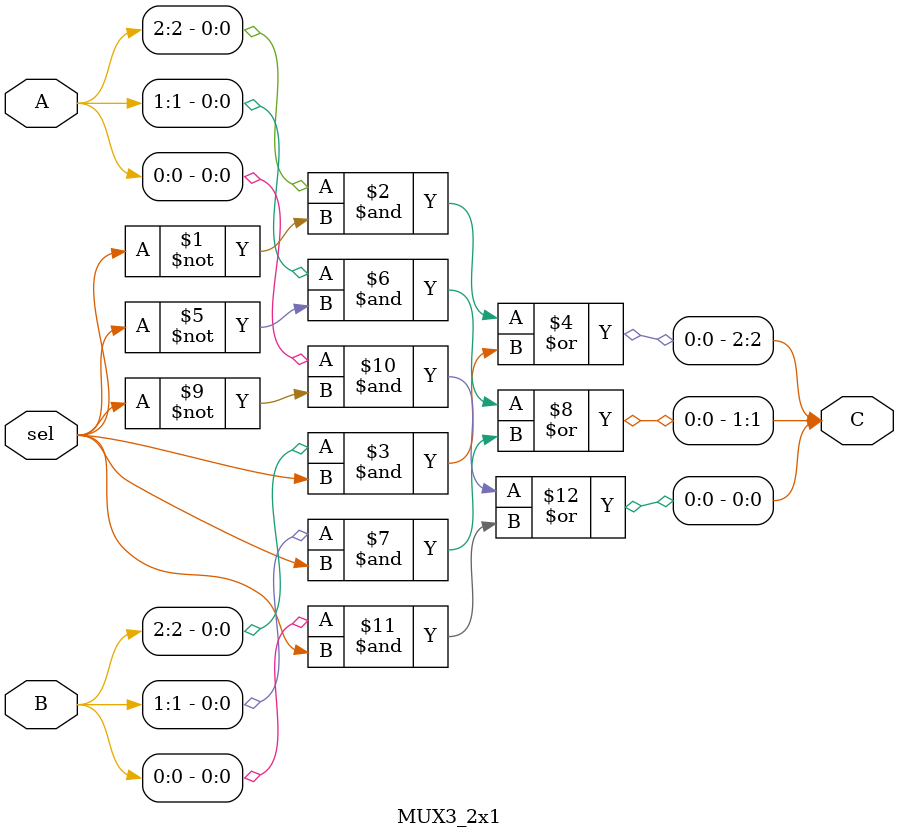
<source format=v>
`timescale 1ns / 1ps
module MUX3_2x1(input wire [2:0]A,
					input wire [2:0]B,
					input wire sel,
					output wire [2:0]C
    );
assign C[2]=(A[2]&~sel)|(B[2]&sel);
assign C[1]=(A[1]&~sel)|(B[1]&sel);
assign C[0]=(A[0]&~sel)|(B[0]&sel);

endmodule

</source>
